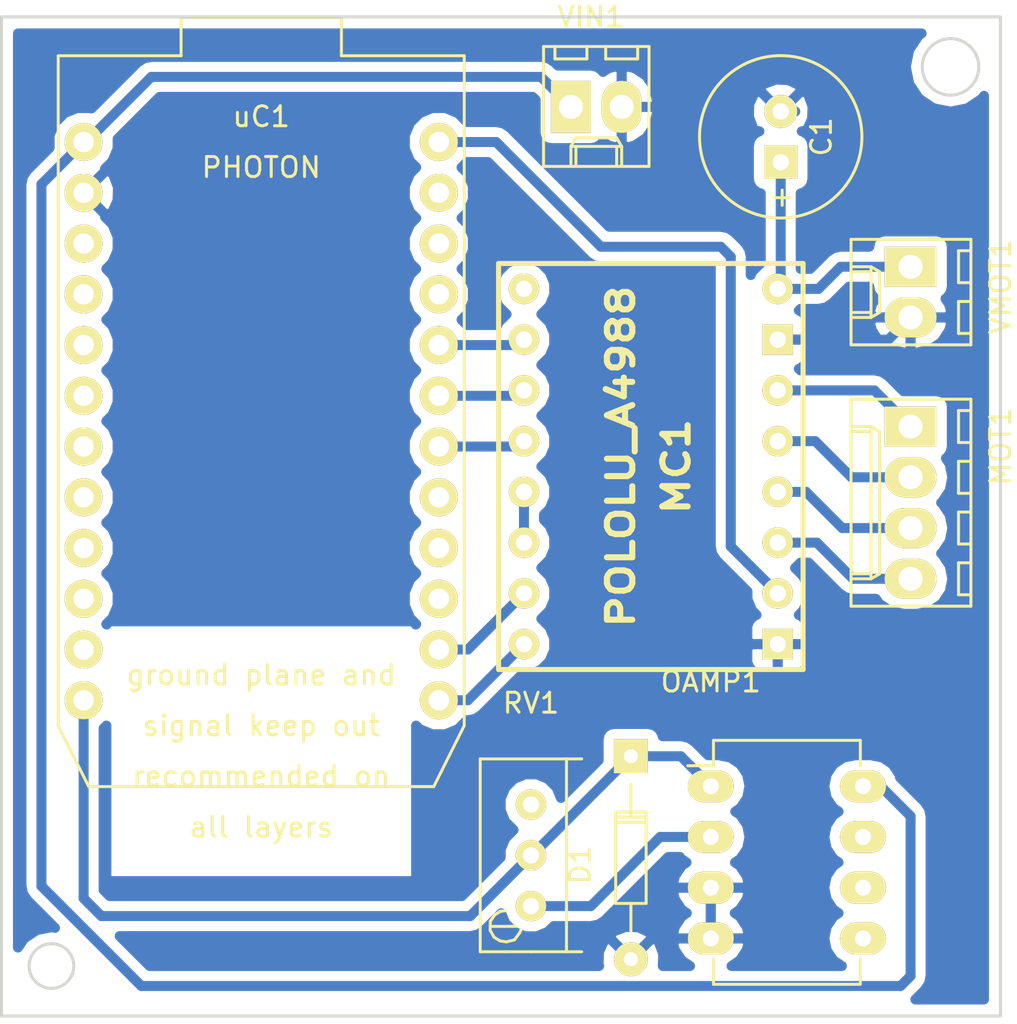
<source format=kicad_pcb>
(kicad_pcb (version 4) (host pcbnew 4.0.2-1.fc23-product)

  (general
    (links 27)
    (no_connects 0)
    (area 79.424999 133.375 130.475 185.055)
    (thickness 1.6)
    (drawings 6)
    (tracks 60)
    (zones 0)
    (modules 9)
    (nets 33)
  )

  (page A4 portrait)
  (title_block
    (title "Placa controladora stepper")
    (date 2016-06-04)
    (company "Proyecto SOMA")
  )

  (layers
    (0 F.Cu signal)
    (31 B.Cu signal)
    (32 B.Adhes user)
    (33 F.Adhes user)
    (34 B.Paste user)
    (35 F.Paste user)
    (36 B.SilkS user)
    (37 F.SilkS user)
    (38 B.Mask user)
    (39 F.Mask user)
    (40 Dwgs.User user)
    (41 Cmts.User user)
    (42 Eco1.User user)
    (43 Eco2.User user)
    (44 Edge.Cuts user)
    (45 Margin user)
    (46 B.CrtYd user)
    (47 F.CrtYd user)
    (48 B.Fab user)
    (49 F.Fab user)
  )

  (setup
    (last_trace_width 0.5)
    (trace_clearance 0.2)
    (zone_clearance 0.5)
    (zone_45_only yes)
    (trace_min 0.5)
    (segment_width 0.2)
    (edge_width 0.15)
    (via_size 1.5)
    (via_drill 1)
    (via_min_size 0.8)
    (via_min_drill 1)
    (uvia_size 0.3)
    (uvia_drill 0.1)
    (uvias_allowed no)
    (uvia_min_size 0.2)
    (uvia_min_drill 0.1)
    (pcb_text_width 0.3)
    (pcb_text_size 1.5 1.5)
    (mod_edge_width 0.15)
    (mod_text_size 1 1)
    (mod_text_width 0.15)
    (pad_size 1.524 1.524)
    (pad_drill 0.762)
    (pad_to_mask_clearance 0.2)
    (aux_axis_origin 0 0)
    (grid_origin 79.5 184.5)
    (visible_elements 7FFFFFFF)
    (pcbplotparams
      (layerselection 0x00030_80000001)
      (usegerberextensions false)
      (excludeedgelayer true)
      (linewidth 0.100000)
      (plotframeref false)
      (viasonmask false)
      (mode 1)
      (useauxorigin false)
      (hpglpennumber 1)
      (hpglpenspeed 20)
      (hpglpendiameter 15)
      (hpglpenoverlay 2)
      (psnegative false)
      (psa4output false)
      (plotreference true)
      (plotvalue true)
      (plotinvisibletext false)
      (padsonsilk false)
      (subtractmaskfromsilk false)
      (outputformat 1)
      (mirror false)
      (drillshape 0)
      (scaleselection 1)
      (outputdirectory ""))
  )

  (net 0 "")
  (net 1 +12V)
  (net 2 GND)
  (net 3 +3V3)
  (net 4 "Net-(MC1-Pad3)")
  (net 5 "Net-(MC1-Pad4)")
  (net 6 "Net-(MC1-Pad5)")
  (net 7 "Net-(MC1-Pad6)")
  (net 8 "Net-(MC1-Pad9)")
  (net 9 "Net-(MC1-Pad13)")
  (net 10 /STEP)
  (net 11 /DIR)
  (net 12 "Net-(OAMP1-Pad2)")
  (net 13 +5V)
  (net 14 "Net-(RV1-Pad3)")
  (net 15 "Net-(uC1-Pad3)")
  (net 16 "Net-(uC1-Pad4)")
  (net 17 "Net-(uC1-Pad5)")
  (net 18 "Net-(uC1-Pad6)")
  (net 19 "Net-(uC1-Pad7)")
  (net 20 "Net-(uC1-Pad8)")
  (net 21 "Net-(uC1-Pad9)")
  (net 22 "Net-(uC1-Pad10)")
  (net 23 "Net-(uC1-Pad11)")
  (net 24 "Net-(uC1-Pad23)")
  (net 25 "Net-(uC1-Pad22)")
  (net 26 "Net-(uC1-Pad17)")
  (net 27 "Net-(uC1-Pad16)")
  (net 28 "Net-(uC1-Pad15)")
  (net 29 /ADC)
  (net 30 /MS1)
  (net 31 /MS2)
  (net 32 /MS3)

  (net_class Default "This is the default net class."
    (clearance 0.2)
    (trace_width 0.5)
    (via_dia 1.5)
    (via_drill 1)
    (uvia_dia 0.3)
    (uvia_drill 0.1)
    (add_net +12V)
    (add_net +3V3)
    (add_net +5V)
    (add_net /ADC)
    (add_net /DIR)
    (add_net /MS1)
    (add_net /MS2)
    (add_net /MS3)
    (add_net /STEP)
    (add_net GND)
    (add_net "Net-(MC1-Pad13)")
    (add_net "Net-(MC1-Pad3)")
    (add_net "Net-(MC1-Pad4)")
    (add_net "Net-(MC1-Pad5)")
    (add_net "Net-(MC1-Pad6)")
    (add_net "Net-(MC1-Pad9)")
    (add_net "Net-(OAMP1-Pad2)")
    (add_net "Net-(RV1-Pad3)")
    (add_net "Net-(uC1-Pad10)")
    (add_net "Net-(uC1-Pad11)")
    (add_net "Net-(uC1-Pad15)")
    (add_net "Net-(uC1-Pad16)")
    (add_net "Net-(uC1-Pad17)")
    (add_net "Net-(uC1-Pad22)")
    (add_net "Net-(uC1-Pad23)")
    (add_net "Net-(uC1-Pad3)")
    (add_net "Net-(uC1-Pad4)")
    (add_net "Net-(uC1-Pad5)")
    (add_net "Net-(uC1-Pad6)")
    (add_net "Net-(uC1-Pad7)")
    (add_net "Net-(uC1-Pad8)")
    (add_net "Net-(uC1-Pad9)")
  )

  (module Discret:C1V8 (layer F.Cu) (tedit 0) (tstamp 5749F9E4)
    (at 118.5 140.5 90)
    (path /574A0144)
    (fp_text reference C1 (at 0 2.032 90) (layer F.SilkS)
      (effects (font (size 1 1) (thickness 0.15)))
    )
    (fp_text value 100uF (at 0 -1.77546 90) (layer F.Fab)
      (effects (font (size 1 1) (thickness 0.15)))
    )
    (fp_text user + (at -3.04546 0 90) (layer F.SilkS)
      (effects (font (size 1 1) (thickness 0.15)))
    )
    (fp_circle (center 0 0) (end 4.064 0) (layer F.SilkS) (width 0.15))
    (pad 1 thru_hole rect (at -1.27 0 90) (size 1.651 1.651) (drill 0.8128) (layers *.Cu *.Mask F.SilkS)
      (net 1 +12V))
    (pad 2 thru_hole circle (at 1.27 0 90) (size 1.651 1.651) (drill 0.8128) (layers *.Cu *.Mask F.SilkS)
      (net 2 GND))
    (model Discret.3dshapes/C1V8.wrl
      (at (xyz 0 0 0))
      (scale (xyz 1 1 1))
      (rotate (xyz 0 0 0))
    )
  )

  (module polulu_a4988:SWDIP8_.6W (layer F.Cu) (tedit 5752ED81) (tstamp 5749FA2F)
    (at 112 157 90)
    (path /5749D9FB)
    (fp_text reference MC1 (at 0 1.27 90) (layer F.SilkS)
      (effects (font (size 1.27 1.524) (thickness 0.3048)))
    )
    (fp_text value POLOLU_A4988 (at 0.5 -1.5 90) (layer F.SilkS)
      (effects (font (size 1.27 1.524) (thickness 0.3048)))
    )
    (fp_line (start -10.16 -7.62) (end 10.16 -7.62) (layer F.SilkS) (width 0.254))
    (fp_line (start 10.16 -7.62) (end 10.16 7.62) (layer F.SilkS) (width 0.254))
    (fp_line (start 10.16 7.62) (end -10.16 7.62) (layer F.SilkS) (width 0.254))
    (fp_line (start -10.16 7.62) (end -10.16 -7.62) (layer F.SilkS) (width 0.254))
    (pad 1 thru_hole rect (at -8.89 6.35 90) (size 1.524 1.524) (drill 0.8128) (layers *.Cu *.Mask F.SilkS)
      (net 2 GND))
    (pad 2 thru_hole circle (at -6.35 6.35 90) (size 1.524 1.524) (drill 0.8128) (layers *.Cu *.Mask F.SilkS)
      (net 3 +3V3))
    (pad 3 thru_hole circle (at -3.81 6.35 90) (size 1.524 1.524) (drill 0.8128) (layers *.Cu *.Mask F.SilkS)
      (net 4 "Net-(MC1-Pad3)"))
    (pad 4 thru_hole circle (at -1.27 6.35 90) (size 1.524 1.524) (drill 0.8128) (layers *.Cu *.Mask F.SilkS)
      (net 5 "Net-(MC1-Pad4)"))
    (pad 5 thru_hole circle (at 1.27 6.35 90) (size 1.524 1.524) (drill 0.8128) (layers *.Cu *.Mask F.SilkS)
      (net 6 "Net-(MC1-Pad5)"))
    (pad 6 thru_hole circle (at 3.81 6.35 90) (size 1.524 1.524) (drill 0.8128) (layers *.Cu *.Mask F.SilkS)
      (net 7 "Net-(MC1-Pad6)"))
    (pad 7 thru_hole rect (at 6.35 6.35 90) (size 1.524 1.524) (drill 0.8128) (layers *.Cu *.Mask F.SilkS)
      (net 2 GND))
    (pad 8 thru_hole circle (at 8.89 6.35 90) (size 1.524 1.524) (drill 0.8128) (layers *.Cu *.Mask F.SilkS)
      (net 1 +12V))
    (pad 9 thru_hole circle (at 8.89 -6.35 90) (size 1.524 1.524) (drill 0.8128) (layers *.Cu *.Mask F.SilkS)
      (net 8 "Net-(MC1-Pad9)"))
    (pad 10 thru_hole circle (at 6.35 -6.35 90) (size 1.524 1.524) (drill 0.8128) (layers *.Cu *.Mask F.SilkS)
      (net 30 /MS1))
    (pad 11 thru_hole circle (at 3.81 -6.35 90) (size 1.524 1.524) (drill 0.8128) (layers *.Cu *.Mask F.SilkS)
      (net 31 /MS2))
    (pad 12 thru_hole circle (at 1.27 -6.35 90) (size 1.524 1.524) (drill 0.8128) (layers *.Cu *.Mask F.SilkS)
      (net 32 /MS3))
    (pad 13 thru_hole circle (at -1.27 -6.35 90) (size 1.524 1.524) (drill 0.8128) (layers *.Cu *.Mask F.SilkS)
      (net 9 "Net-(MC1-Pad13)"))
    (pad 14 thru_hole circle (at -3.81 -6.35 90) (size 1.524 1.524) (drill 0.8128) (layers *.Cu *.Mask F.SilkS)
      (net 9 "Net-(MC1-Pad13)"))
    (pad 15 thru_hole circle (at -6.35 -6.35 90) (size 1.524 1.524) (drill 0.8128) (layers *.Cu *.Mask F.SilkS)
      (net 10 /STEP))
    (pad 16 thru_hole circle (at -8.89 -6.35 90) (size 1.524 1.524) (drill 0.8128) (layers *.Cu *.Mask F.SilkS)
      (net 11 /DIR))
  )

  (module Connectors_Molex:Molex_KK_6410-04 (layer F.Cu) (tedit 56C6219D) (tstamp 5749FA53)
    (at 125 155 270)
    (descr "Connector Headers with Friction Lock, 22-27-2041, http://www.molex.com/pdm_docs/sd/022272021_sd.pdf")
    (tags "connector molex kk_6410 22-27-2041")
    (path /5749FDC2)
    (fp_text reference MOT1 (at 1 -4.5 270) (layer F.SilkS)
      (effects (font (size 1 1) (thickness 0.15)))
    )
    (fp_text value CONN_01X04 (at 3.81 4.5 270) (layer F.Fab)
      (effects (font (size 1 1) (thickness 0.15)))
    )
    (fp_line (start -1.37 -3.02) (end -1.37 2.98) (layer F.SilkS) (width 0.15))
    (fp_line (start -1.37 2.98) (end 8.99 2.98) (layer F.SilkS) (width 0.15))
    (fp_line (start 8.99 2.98) (end 8.99 -3.02) (layer F.SilkS) (width 0.15))
    (fp_line (start 8.99 -3.02) (end -1.37 -3.02) (layer F.SilkS) (width 0.15))
    (fp_line (start 0 2.98) (end 0 1.98) (layer F.SilkS) (width 0.15))
    (fp_line (start 0 1.98) (end 7.62 1.98) (layer F.SilkS) (width 0.15))
    (fp_line (start 7.62 1.98) (end 7.62 2.98) (layer F.SilkS) (width 0.15))
    (fp_line (start 0 1.98) (end 0.25 1.55) (layer F.SilkS) (width 0.15))
    (fp_line (start 0.25 1.55) (end 7.37 1.55) (layer F.SilkS) (width 0.15))
    (fp_line (start 7.37 1.55) (end 7.62 1.98) (layer F.SilkS) (width 0.15))
    (fp_line (start 0.25 2.98) (end 0.25 1.98) (layer F.SilkS) (width 0.15))
    (fp_line (start 7.37 2.98) (end 7.37 1.98) (layer F.SilkS) (width 0.15))
    (fp_line (start -0.8 -3.02) (end -0.8 -2.4) (layer F.SilkS) (width 0.15))
    (fp_line (start -0.8 -2.4) (end 0.8 -2.4) (layer F.SilkS) (width 0.15))
    (fp_line (start 0.8 -2.4) (end 0.8 -3.02) (layer F.SilkS) (width 0.15))
    (fp_line (start 1.74 -3.02) (end 1.74 -2.4) (layer F.SilkS) (width 0.15))
    (fp_line (start 1.74 -2.4) (end 3.34 -2.4) (layer F.SilkS) (width 0.15))
    (fp_line (start 3.34 -2.4) (end 3.34 -3.02) (layer F.SilkS) (width 0.15))
    (fp_line (start 4.28 -3.02) (end 4.28 -2.4) (layer F.SilkS) (width 0.15))
    (fp_line (start 4.28 -2.4) (end 5.88 -2.4) (layer F.SilkS) (width 0.15))
    (fp_line (start 5.88 -2.4) (end 5.88 -3.02) (layer F.SilkS) (width 0.15))
    (fp_line (start 6.82 -3.02) (end 6.82 -2.4) (layer F.SilkS) (width 0.15))
    (fp_line (start 6.82 -2.4) (end 8.42 -2.4) (layer F.SilkS) (width 0.15))
    (fp_line (start 8.42 -2.4) (end 8.42 -3.02) (layer F.SilkS) (width 0.15))
    (fp_line (start -1.9 3.5) (end -1.9 -3.55) (layer F.CrtYd) (width 0.05))
    (fp_line (start -1.9 -3.55) (end 9.5 -3.55) (layer F.CrtYd) (width 0.05))
    (fp_line (start 9.5 -3.55) (end 9.5 3.5) (layer F.CrtYd) (width 0.05))
    (fp_line (start 9.5 3.5) (end -1.9 3.5) (layer F.CrtYd) (width 0.05))
    (pad 1 thru_hole rect (at 0 0 270) (size 2 2.6) (drill 1.2) (layers *.Cu *.Mask F.SilkS)
      (net 7 "Net-(MC1-Pad6)"))
    (pad 2 thru_hole oval (at 2.54 0 270) (size 2 2.6) (drill 1.2) (layers *.Cu *.Mask F.SilkS)
      (net 6 "Net-(MC1-Pad5)"))
    (pad 3 thru_hole oval (at 5.08 0 270) (size 2 2.6) (drill 1.2) (layers *.Cu *.Mask F.SilkS)
      (net 5 "Net-(MC1-Pad4)"))
    (pad 4 thru_hole oval (at 7.62 0 270) (size 2 2.6) (drill 1.2) (layers *.Cu *.Mask F.SilkS)
      (net 4 "Net-(MC1-Pad3)"))
  )

  (module Housings_DIP:DIP-8_W7.62mm_LongPads (layer F.Cu) (tedit 54130A77) (tstamp 5749FA6A)
    (at 115 173)
    (descr "8-lead dip package, row spacing 7.62 mm (300 mils), longer pads")
    (tags "dil dip 2.54 300")
    (path /5749E44A)
    (fp_text reference OAMP1 (at 0 -5.22) (layer F.SilkS)
      (effects (font (size 1 1) (thickness 0.15)))
    )
    (fp_text value LM358 (at 0 -3.72) (layer F.Fab)
      (effects (font (size 1 1) (thickness 0.15)))
    )
    (fp_line (start -1.4 -2.45) (end -1.4 10.1) (layer F.CrtYd) (width 0.05))
    (fp_line (start 9 -2.45) (end 9 10.1) (layer F.CrtYd) (width 0.05))
    (fp_line (start -1.4 -2.45) (end 9 -2.45) (layer F.CrtYd) (width 0.05))
    (fp_line (start -1.4 10.1) (end 9 10.1) (layer F.CrtYd) (width 0.05))
    (fp_line (start 0.135 -2.295) (end 0.135 -1.025) (layer F.SilkS) (width 0.15))
    (fp_line (start 7.485 -2.295) (end 7.485 -1.025) (layer F.SilkS) (width 0.15))
    (fp_line (start 7.485 9.915) (end 7.485 8.645) (layer F.SilkS) (width 0.15))
    (fp_line (start 0.135 9.915) (end 0.135 8.645) (layer F.SilkS) (width 0.15))
    (fp_line (start 0.135 -2.295) (end 7.485 -2.295) (layer F.SilkS) (width 0.15))
    (fp_line (start 0.135 9.915) (end 7.485 9.915) (layer F.SilkS) (width 0.15))
    (fp_line (start 0.135 -1.025) (end -1.15 -1.025) (layer F.SilkS) (width 0.15))
    (pad 1 thru_hole oval (at 0 0) (size 2.3 1.6) (drill 0.8) (layers *.Cu *.Mask F.SilkS)
      (net 29 /ADC))
    (pad 2 thru_hole oval (at 0 2.54) (size 2.3 1.6) (drill 0.8) (layers *.Cu *.Mask F.SilkS)
      (net 12 "Net-(OAMP1-Pad2)"))
    (pad 3 thru_hole oval (at 0 5.08) (size 2.3 1.6) (drill 0.8) (layers *.Cu *.Mask F.SilkS)
      (net 2 GND))
    (pad 4 thru_hole oval (at 0 7.62) (size 2.3 1.6) (drill 0.8) (layers *.Cu *.Mask F.SilkS)
      (net 2 GND))
    (pad 5 thru_hole oval (at 7.62 7.62) (size 2.3 1.6) (drill 0.8) (layers *.Cu *.Mask F.SilkS))
    (pad 6 thru_hole oval (at 7.62 5.08) (size 2.3 1.6) (drill 0.8) (layers *.Cu *.Mask F.SilkS))
    (pad 7 thru_hole oval (at 7.62 2.54) (size 2.3 1.6) (drill 0.8) (layers *.Cu *.Mask F.SilkS))
    (pad 8 thru_hole oval (at 7.62 0) (size 2.3 1.6) (drill 0.8) (layers *.Cu *.Mask F.SilkS)
      (net 13 +5V))
    (model Housings_DIP.3dshapes/DIP-8_W7.62mm_LongPads.wrl
      (at (xyz 0 0 0))
      (scale (xyz 1 1 1))
      (rotate (xyz 0 0 0))
    )
  )

  (module Potentiometers:Potentiometer_Bourns_3296W_3-8Zoll_Inline_ScrewUp (layer F.Cu) (tedit 54130B3D) (tstamp 5749FA82)
    (at 106 179)
    (descr "3296, 3/8, Square, Trimpot, Trimming, Potentiometer, Bourns")
    (tags "3296, 3/8, Square, Trimpot, Trimming, Potentiometer, Bourns")
    (path /5749E5E1)
    (fp_text reference RV1 (at 0 -10.16) (layer F.SilkS)
      (effects (font (size 1 1) (thickness 0.15)))
    )
    (fp_text value 10K (at 1.27 5.08) (layer F.Fab)
      (effects (font (size 1 1) (thickness 0.15)))
    )
    (fp_line (start -2.032 1.016) (end -0.762 1.016) (layer F.SilkS) (width 0.15))
    (fp_line (start -1.2827 0.2286) (end -1.5367 0.2667) (layer F.SilkS) (width 0.15))
    (fp_line (start -1.5367 0.2667) (end -1.8161 0.4445) (layer F.SilkS) (width 0.15))
    (fp_line (start -1.8161 0.4445) (end -2.032 0.762) (layer F.SilkS) (width 0.15))
    (fp_line (start -2.032 0.762) (end -2.0447 1.2065) (layer F.SilkS) (width 0.15))
    (fp_line (start -2.0447 1.2065) (end -1.8415 1.5621) (layer F.SilkS) (width 0.15))
    (fp_line (start -1.8415 1.5621) (end -1.5494 1.7399) (layer F.SilkS) (width 0.15))
    (fp_line (start -1.5494 1.7399) (end -1.2319 1.7907) (layer F.SilkS) (width 0.15))
    (fp_line (start -1.2319 1.7907) (end -0.8255 1.6891) (layer F.SilkS) (width 0.15))
    (fp_line (start -0.8255 1.6891) (end -0.5715 1.3462) (layer F.SilkS) (width 0.15))
    (fp_line (start -0.5715 1.3462) (end -0.4826 1.1684) (layer F.SilkS) (width 0.15))
    (fp_line (start 1.778 -7.366) (end 1.778 2.286) (layer F.SilkS) (width 0.15))
    (fp_line (start -1.27 2.286) (end -2.54 2.286) (layer F.SilkS) (width 0.15))
    (fp_line (start -2.54 2.286) (end -2.54 -7.366) (layer F.SilkS) (width 0.15))
    (fp_line (start -2.54 -7.366) (end 2.54 -7.366) (layer F.SilkS) (width 0.15))
    (fp_line (start 2.54 2.286) (end 0 2.286) (layer F.SilkS) (width 0.15))
    (fp_line (start 0 2.286) (end -1.27 2.286) (layer F.SilkS) (width 0.15))
    (pad 2 thru_hole circle (at 0 -2.54) (size 1.524 1.524) (drill 0.8128) (layers *.Cu *.Mask F.SilkS)
      (net 29 /ADC))
    (pad 3 thru_hole circle (at 0 -5.08) (size 1.524 1.524) (drill 0.8128) (layers *.Cu *.Mask F.SilkS)
      (net 14 "Net-(RV1-Pad3)"))
    (pad 1 thru_hole circle (at 0 0) (size 1.524 1.524) (drill 0.8128) (layers *.Cu *.Mask F.SilkS)
      (net 12 "Net-(OAMP1-Pad2)"))
    (model Potentiometers.3dshapes/Potentiometer_Bourns_3296W_3-8Zoll_Inline_ScrewUp.wrl
      (at (xyz 0 0 0))
      (scale (xyz 1 1 1))
      (rotate (xyz 0 0 0))
    )
  )

  (module particle-boards:PHOTON (layer F.Cu) (tedit 5752EC80) (tstamp 5749FAB1)
    (at 92.5 156)
    (path /5749D94C)
    (fp_text reference uC1 (at 0 -16.51) (layer F.SilkS)
      (effects (font (size 1 1) (thickness 0.15)))
    )
    (fp_text value PHOTON (at 0 -13.97) (layer F.SilkS)
      (effects (font (size 1 1) (thickness 0.15)))
    )
    (fp_text user "all layers" (at 0 19.05) (layer F.SilkS)
      (effects (font (size 1 1) (thickness 0.15)))
    )
    (fp_text user "recommended on" (at 0 16.5) (layer F.SilkS)
      (effects (font (size 1 1) (thickness 0.15)))
    )
    (fp_text user "signal keep out" (at 0 13.97) (layer F.SilkS)
      (effects (font (size 1 1) (thickness 0.15)))
    )
    (fp_text user "ground plane and" (at 0 11.43) (layer F.SilkS)
      (effects (font (size 1 1) (thickness 0.15)))
    )
    (fp_line (start 6.35 21.59) (end 7.62 21.59) (layer Dwgs.User) (width 0.15))
    (fp_line (start 7.62 21.59) (end 7.62 8.89) (layer Dwgs.User) (width 0.15))
    (fp_line (start 7.62 8.89) (end -7.62 8.89) (layer Dwgs.User) (width 0.15))
    (fp_line (start 6.35 21.59) (end -7.62 21.59) (layer Dwgs.User) (width 0.15))
    (fp_line (start -7.62 21.59) (end -7.62 8.89) (layer Dwgs.User) (width 0.15))
    (fp_line (start 10.16 13.97) (end 8.636 17.018) (layer F.SilkS) (width 0.15))
    (fp_line (start -10.16 13.97) (end -8.636 17.018) (layer F.SilkS) (width 0.15))
    (fp_line (start -8.636 17.018) (end 8.636 17.018) (layer F.SilkS) (width 0.15))
    (fp_line (start 10.16 -19.558) (end 10.16 13.97) (layer F.SilkS) (width 0.15))
    (fp_line (start -10.16 -19.558) (end -10.16 13.97) (layer F.SilkS) (width 0.15))
    (fp_line (start 4.0132 -19.558) (end 10.16 -19.558) (layer F.SilkS) (width 0.15))
    (fp_line (start -4.0132 -19.558) (end -10.16 -19.558) (layer F.SilkS) (width 0.15))
    (fp_line (start -4.0132 -21.463) (end -4.0132 -19.558) (layer F.SilkS) (width 0.15))
    (fp_line (start 4.0132 -21.463) (end 4.0132 -19.558) (layer F.SilkS) (width 0.15))
    (fp_line (start -4.0132 -21.463) (end 4.0132 -21.463) (layer F.SilkS) (width 0.15))
    (pad 1 thru_hole circle (at -8.89 -15.24) (size 1.9 1.9) (drill 1.02) (layers *.Cu *.Mask F.SilkS)
      (net 13 +5V))
    (pad 2 thru_hole circle (at -8.89 -12.7) (size 1.9 1.9) (drill 1.02) (layers *.Cu *.Mask F.SilkS)
      (net 2 GND))
    (pad 3 thru_hole circle (at -8.89 -10.16) (size 1.9 1.9) (drill 1.02) (layers *.Cu *.Mask F.SilkS)
      (net 15 "Net-(uC1-Pad3)"))
    (pad 4 thru_hole circle (at -8.89 -7.62) (size 1.9 1.9) (drill 1.02) (layers *.Cu *.Mask F.SilkS)
      (net 16 "Net-(uC1-Pad4)"))
    (pad 5 thru_hole circle (at -8.89 -5.08) (size 1.9 1.9) (drill 1.02) (layers *.Cu *.Mask F.SilkS)
      (net 17 "Net-(uC1-Pad5)"))
    (pad 6 thru_hole circle (at -8.89 -2.54) (size 1.9 1.9) (drill 1.02) (layers *.Cu *.Mask F.SilkS)
      (net 18 "Net-(uC1-Pad6)"))
    (pad 7 thru_hole circle (at -8.89 0) (size 1.9 1.9) (drill 1.02) (layers *.Cu *.Mask F.SilkS)
      (net 19 "Net-(uC1-Pad7)"))
    (pad 8 thru_hole circle (at -8.89 2.54) (size 1.9 1.9) (drill 1.02) (layers *.Cu *.Mask F.SilkS)
      (net 20 "Net-(uC1-Pad8)"))
    (pad 9 thru_hole circle (at -8.89 5.08) (size 1.9 1.9) (drill 1.02) (layers *.Cu *.Mask F.SilkS)
      (net 21 "Net-(uC1-Pad9)"))
    (pad 10 thru_hole circle (at -8.89 7.62) (size 1.9 1.9) (drill 1.02) (layers *.Cu *.Mask F.SilkS)
      (net 22 "Net-(uC1-Pad10)"))
    (pad 11 thru_hole circle (at -8.89 10.16) (size 1.9 1.9) (drill 1.02) (layers *.Cu *.Mask F.SilkS)
      (net 23 "Net-(uC1-Pad11)"))
    (pad 12 thru_hole circle (at -8.89 12.7) (size 1.9 1.9) (drill 1.02) (layers *.Cu *.Mask F.SilkS)
      (net 29 /ADC))
    (pad 24 thru_hole circle (at 8.89 -15.24) (size 1.9 1.9) (drill 1.02) (layers *.Cu *.Mask F.SilkS)
      (net 3 +3V3))
    (pad 23 thru_hole circle (at 8.89 -12.7) (size 1.9 1.9) (drill 1.02) (layers *.Cu *.Mask F.SilkS)
      (net 24 "Net-(uC1-Pad23)"))
    (pad 22 thru_hole circle (at 8.89 -10.16) (size 1.9 1.9) (drill 1.02) (layers *.Cu *.Mask F.SilkS)
      (net 25 "Net-(uC1-Pad22)"))
    (pad 21 thru_hole circle (at 8.89 -7.62) (size 1.9 1.9) (drill 1.02) (layers *.Cu *.Mask F.SilkS))
    (pad 20 thru_hole circle (at 8.89 -5.08) (size 1.9 1.9) (drill 1.02) (layers *.Cu *.Mask F.SilkS)
      (net 30 /MS1))
    (pad 19 thru_hole circle (at 8.89 -2.54) (size 1.9 1.9) (drill 1.02) (layers *.Cu *.Mask F.SilkS)
      (net 31 /MS2))
    (pad 18 thru_hole circle (at 8.89 0) (size 1.9 1.9) (drill 1.02) (layers *.Cu *.Mask F.SilkS)
      (net 32 /MS3))
    (pad 17 thru_hole circle (at 8.89 2.54) (size 1.9 1.9) (drill 1.02) (layers *.Cu *.Mask F.SilkS)
      (net 26 "Net-(uC1-Pad17)"))
    (pad 16 thru_hole circle (at 8.89 5.08) (size 1.9 1.9) (drill 1.02) (layers *.Cu *.Mask F.SilkS)
      (net 27 "Net-(uC1-Pad16)"))
    (pad 15 thru_hole circle (at 8.89 7.62) (size 1.9 1.9) (drill 1.02) (layers *.Cu *.Mask F.SilkS)
      (net 28 "Net-(uC1-Pad15)"))
    (pad 14 thru_hole circle (at 8.89 10.16) (size 1.9 1.9) (drill 1.02) (layers *.Cu *.Mask F.SilkS)
      (net 10 /STEP))
    (pad 13 thru_hole circle (at 8.89 12.7) (size 1.9 1.9) (drill 1.02) (layers *.Cu *.Mask F.SilkS)
      (net 11 /DIR))
  )

  (module Connectors_Molex:Molex_KK_6410-02 (layer F.Cu) (tedit 56C6219C) (tstamp 5749FACD)
    (at 125 147 270)
    (descr "Connector Headers with Friction Lock, 22-27-2021, http://www.molex.com/pdm_docs/sd/022272021_sd.pdf")
    (tags "connector molex kk_6410 22-27-2021")
    (path /5749FBFC)
    (fp_text reference VMOT1 (at 1 -4.5 270) (layer F.SilkS)
      (effects (font (size 1 1) (thickness 0.15)))
    )
    (fp_text value CONN_01X02 (at 1.27 4.5 270) (layer F.Fab)
      (effects (font (size 1 1) (thickness 0.15)))
    )
    (fp_line (start -1.37 -3.02) (end -1.37 2.98) (layer F.SilkS) (width 0.15))
    (fp_line (start -1.37 2.98) (end 3.91 2.98) (layer F.SilkS) (width 0.15))
    (fp_line (start 3.91 2.98) (end 3.91 -3.02) (layer F.SilkS) (width 0.15))
    (fp_line (start 3.91 -3.02) (end -1.37 -3.02) (layer F.SilkS) (width 0.15))
    (fp_line (start 0 2.98) (end 0 1.98) (layer F.SilkS) (width 0.15))
    (fp_line (start 0 1.98) (end 2.54 1.98) (layer F.SilkS) (width 0.15))
    (fp_line (start 2.54 1.98) (end 2.54 2.98) (layer F.SilkS) (width 0.15))
    (fp_line (start 0 1.98) (end 0.25 1.55) (layer F.SilkS) (width 0.15))
    (fp_line (start 0.25 1.55) (end 2.29 1.55) (layer F.SilkS) (width 0.15))
    (fp_line (start 2.29 1.55) (end 2.54 1.98) (layer F.SilkS) (width 0.15))
    (fp_line (start 0.25 2.98) (end 0.25 1.98) (layer F.SilkS) (width 0.15))
    (fp_line (start 2.29 2.98) (end 2.29 1.98) (layer F.SilkS) (width 0.15))
    (fp_line (start -0.8 -3.02) (end -0.8 -2.4) (layer F.SilkS) (width 0.15))
    (fp_line (start -0.8 -2.4) (end 0.8 -2.4) (layer F.SilkS) (width 0.15))
    (fp_line (start 0.8 -2.4) (end 0.8 -3.02) (layer F.SilkS) (width 0.15))
    (fp_line (start 1.74 -3.02) (end 1.74 -2.4) (layer F.SilkS) (width 0.15))
    (fp_line (start 1.74 -2.4) (end 3.34 -2.4) (layer F.SilkS) (width 0.15))
    (fp_line (start 3.34 -2.4) (end 3.34 -3.02) (layer F.SilkS) (width 0.15))
    (fp_line (start -1.9 3.5) (end -1.9 -3.55) (layer F.CrtYd) (width 0.05))
    (fp_line (start -1.9 -3.55) (end 4.45 -3.55) (layer F.CrtYd) (width 0.05))
    (fp_line (start 4.45 -3.55) (end 4.45 3.5) (layer F.CrtYd) (width 0.05))
    (fp_line (start 4.45 3.5) (end -1.9 3.5) (layer F.CrtYd) (width 0.05))
    (pad 1 thru_hole rect (at 0 0 270) (size 2 2.6) (drill 1.2) (layers *.Cu *.Mask F.SilkS)
      (net 1 +12V))
    (pad 2 thru_hole oval (at 2.54 0 270) (size 2 2.6) (drill 1.2) (layers *.Cu *.Mask F.SilkS)
      (net 2 GND))
  )

  (module Diodes_ThroughHole:Diode_DO-35_SOD27_Horizontal_RM10 (layer F.Cu) (tedit 552FFC30) (tstamp 5752EEEE)
    (at 111 171.5 270)
    (descr "Diode, DO-35,  SOD27, Horizontal, RM 10mm")
    (tags "Diode, DO-35, SOD27, Horizontal, RM 10mm, 1N4148,")
    (path /5752F6E4)
    (fp_text reference D1 (at 5.43052 2.53746 270) (layer F.SilkS)
      (effects (font (size 1 1) (thickness 0.15)))
    )
    (fp_text value 3.3V (at 4.41452 -3.55854 270) (layer F.Fab)
      (effects (font (size 1 1) (thickness 0.15)))
    )
    (fp_line (start 7.36652 -0.00254) (end 8.76352 -0.00254) (layer F.SilkS) (width 0.15))
    (fp_line (start 2.92152 -0.00254) (end 1.39752 -0.00254) (layer F.SilkS) (width 0.15))
    (fp_line (start 3.30252 -0.76454) (end 3.30252 0.75946) (layer F.SilkS) (width 0.15))
    (fp_line (start 3.04852 -0.76454) (end 3.04852 0.75946) (layer F.SilkS) (width 0.15))
    (fp_line (start 2.79452 -0.00254) (end 2.79452 0.75946) (layer F.SilkS) (width 0.15))
    (fp_line (start 2.79452 0.75946) (end 7.36652 0.75946) (layer F.SilkS) (width 0.15))
    (fp_line (start 7.36652 0.75946) (end 7.36652 -0.76454) (layer F.SilkS) (width 0.15))
    (fp_line (start 7.36652 -0.76454) (end 2.79452 -0.76454) (layer F.SilkS) (width 0.15))
    (fp_line (start 2.79452 -0.76454) (end 2.79452 -0.00254) (layer F.SilkS) (width 0.15))
    (pad 2 thru_hole circle (at 10.16052 -0.00254 90) (size 1.69926 1.69926) (drill 0.70104) (layers *.Cu *.Mask F.SilkS)
      (net 2 GND))
    (pad 1 thru_hole rect (at 0.00052 -0.00254 90) (size 1.69926 1.69926) (drill 0.70104) (layers *.Cu *.Mask F.SilkS)
      (net 29 /ADC))
    (model Diodes_ThroughHole.3dshapes/Diode_DO-35_SOD27_Horizontal_RM10.wrl
      (at (xyz 0.2 0 0))
      (scale (xyz 0.4 0.4 0.4))
      (rotate (xyz 0 0 180))
    )
  )

  (module Connectors_Molex:Molex_KK_6410-02 (layer F.Cu) (tedit 56C6219C) (tstamp 5752F818)
    (at 108 139)
    (descr "Connector Headers with Friction Lock, 22-27-2021, http://www.molex.com/pdm_docs/sd/022272021_sd.pdf")
    (tags "connector molex kk_6410 22-27-2021")
    (path /5752FE54)
    (fp_text reference VIN1 (at 1 -4.5) (layer F.SilkS)
      (effects (font (size 1 1) (thickness 0.15)))
    )
    (fp_text value CONN_01X02 (at 1.27 4.5) (layer F.Fab)
      (effects (font (size 1 1) (thickness 0.15)))
    )
    (fp_line (start -1.37 -3.02) (end -1.37 2.98) (layer F.SilkS) (width 0.15))
    (fp_line (start -1.37 2.98) (end 3.91 2.98) (layer F.SilkS) (width 0.15))
    (fp_line (start 3.91 2.98) (end 3.91 -3.02) (layer F.SilkS) (width 0.15))
    (fp_line (start 3.91 -3.02) (end -1.37 -3.02) (layer F.SilkS) (width 0.15))
    (fp_line (start 0 2.98) (end 0 1.98) (layer F.SilkS) (width 0.15))
    (fp_line (start 0 1.98) (end 2.54 1.98) (layer F.SilkS) (width 0.15))
    (fp_line (start 2.54 1.98) (end 2.54 2.98) (layer F.SilkS) (width 0.15))
    (fp_line (start 0 1.98) (end 0.25 1.55) (layer F.SilkS) (width 0.15))
    (fp_line (start 0.25 1.55) (end 2.29 1.55) (layer F.SilkS) (width 0.15))
    (fp_line (start 2.29 1.55) (end 2.54 1.98) (layer F.SilkS) (width 0.15))
    (fp_line (start 0.25 2.98) (end 0.25 1.98) (layer F.SilkS) (width 0.15))
    (fp_line (start 2.29 2.98) (end 2.29 1.98) (layer F.SilkS) (width 0.15))
    (fp_line (start -0.8 -3.02) (end -0.8 -2.4) (layer F.SilkS) (width 0.15))
    (fp_line (start -0.8 -2.4) (end 0.8 -2.4) (layer F.SilkS) (width 0.15))
    (fp_line (start 0.8 -2.4) (end 0.8 -3.02) (layer F.SilkS) (width 0.15))
    (fp_line (start 1.74 -3.02) (end 1.74 -2.4) (layer F.SilkS) (width 0.15))
    (fp_line (start 1.74 -2.4) (end 3.34 -2.4) (layer F.SilkS) (width 0.15))
    (fp_line (start 3.34 -2.4) (end 3.34 -3.02) (layer F.SilkS) (width 0.15))
    (fp_line (start -1.9 3.5) (end -1.9 -3.55) (layer F.CrtYd) (width 0.05))
    (fp_line (start -1.9 -3.55) (end 4.45 -3.55) (layer F.CrtYd) (width 0.05))
    (fp_line (start 4.45 -3.55) (end 4.45 3.5) (layer F.CrtYd) (width 0.05))
    (fp_line (start 4.45 3.5) (end -1.9 3.5) (layer F.CrtYd) (width 0.05))
    (pad 1 thru_hole rect (at 0 0) (size 2 2.6) (drill 1.2) (layers *.Cu *.Mask F.SilkS)
      (net 13 +5V))
    (pad 2 thru_hole oval (at 2.54 0) (size 2 2.6) (drill 1.2) (layers *.Cu *.Mask F.SilkS)
      (net 2 GND))
  )

  (gr_circle (center 82 182) (end 82.5 183) (layer Edge.Cuts) (width 0.15))
  (gr_circle (center 127 137) (end 128 138) (layer Edge.Cuts) (width 0.15))
  (gr_line (start 129.5 184.5) (end 79.5 184.5) (angle 90) (layer Edge.Cuts) (width 0.15))
  (gr_line (start 129.5 134.5) (end 129.5 184.5) (angle 90) (layer Edge.Cuts) (width 0.15))
  (gr_line (start 79.5 134.5) (end 129.5 134.5) (angle 90) (layer Edge.Cuts) (width 0.15))
  (gr_line (start 79.5 184.5) (end 79.5 134.5) (angle 90) (layer Edge.Cuts) (width 0.15))

  (segment (start 118.5 141.77) (end 118.5 147.96) (width 0.5) (layer B.Cu) (net 1))
  (segment (start 118.5 147.96) (end 118.35 148.11) (width 0.5) (layer B.Cu) (net 1) (tstamp 57535C7D))
  (segment (start 118.35 148.11) (end 120.39 148.11) (width 0.5) (layer B.Cu) (net 1))
  (segment (start 121.5 147) (end 125 147) (width 0.5) (layer B.Cu) (net 1) (tstamp 5752F92A))
  (segment (start 120.39 148.11) (end 121.5 147) (width 0.5) (layer B.Cu) (net 1) (tstamp 5752F929))
  (segment (start 118.5 139.23) (end 119.23 139.23) (width 0.5) (layer B.Cu) (net 2))
  (segment (start 118.35 150.65) (end 123.89 150.65) (width 0.5) (layer B.Cu) (net 2))
  (segment (start 123.89 150.65) (end 125 149.54) (width 0.5) (layer B.Cu) (net 2) (tstamp 5752F939))
  (segment (start 101.39 140.76) (end 104.26 140.76) (width 0.5) (layer B.Cu) (net 3))
  (segment (start 116 161) (end 118.35 163.35) (width 0.5) (layer B.Cu) (net 3) (tstamp 5752F925))
  (segment (start 116 146.5) (end 116 161) (width 0.5) (layer B.Cu) (net 3) (tstamp 5752F924))
  (segment (start 115.5 146) (end 116 146.5) (width 0.5) (layer B.Cu) (net 3) (tstamp 5752F923))
  (segment (start 109.5 146) (end 115.5 146) (width 0.5) (layer B.Cu) (net 3) (tstamp 5752F921))
  (segment (start 104.26 140.76) (end 109.5 146) (width 0.5) (layer B.Cu) (net 3) (tstamp 5752F91F))
  (segment (start 118.35 160.81) (end 120.31 160.81) (width 0.5) (layer B.Cu) (net 4))
  (segment (start 122.12 162.62) (end 125 162.62) (width 0.5) (layer B.Cu) (net 4) (tstamp 5752F91C))
  (segment (start 120.31 160.81) (end 122.12 162.62) (width 0.5) (layer B.Cu) (net 4) (tstamp 5752F91B))
  (segment (start 118.35 158.27) (end 119.77 158.27) (width 0.5) (layer B.Cu) (net 5))
  (segment (start 121.58 160.08) (end 125 160.08) (width 0.5) (layer B.Cu) (net 5) (tstamp 5752F918))
  (segment (start 119.77 158.27) (end 121.58 160.08) (width 0.5) (layer B.Cu) (net 5) (tstamp 5752F917))
  (segment (start 118.35 155.73) (end 120.23 155.73) (width 0.5) (layer B.Cu) (net 6))
  (segment (start 122.04 157.54) (end 125 157.54) (width 0.5) (layer B.Cu) (net 6) (tstamp 5752F914))
  (segment (start 120.23 155.73) (end 122.04 157.54) (width 0.5) (layer B.Cu) (net 6) (tstamp 5752F913))
  (segment (start 118.35 153.19) (end 123.19 153.19) (width 0.5) (layer B.Cu) (net 7))
  (segment (start 123.19 153.19) (end 125 155) (width 0.5) (layer B.Cu) (net 7) (tstamp 5752F910))
  (segment (start 105.65 158.27) (end 105.65 160.81) (width 0.5) (layer B.Cu) (net 9))
  (segment (start 101.39 166.16) (end 102.84 166.16) (width 0.5) (layer B.Cu) (net 10))
  (segment (start 102.84 166.16) (end 105.65 163.35) (width 0.5) (layer B.Cu) (net 10) (tstamp 5752F8F5))
  (segment (start 101.39 168.7) (end 102.84 168.7) (width 0.5) (layer B.Cu) (net 11))
  (segment (start 102.84 168.7) (end 105.65 165.89) (width 0.5) (layer B.Cu) (net 11) (tstamp 5752F8F8))
  (segment (start 106 179) (end 109 179) (width 0.5) (layer B.Cu) (net 12))
  (segment (start 112.46 175.54) (end 115 175.54) (width 0.5) (layer B.Cu) (net 12) (tstamp 5752F906))
  (segment (start 109 179) (end 112.46 175.54) (width 0.5) (layer B.Cu) (net 12) (tstamp 5752F904))
  (segment (start 122.62 173) (end 123.5 173) (width 0.5) (layer B.Cu) (net 13))
  (segment (start 123.5 173) (end 125 174.5) (width 0.5) (layer B.Cu) (net 13) (tstamp 57535AB0))
  (segment (start 125 174.5) (end 125 182.5) (width 0.5) (layer B.Cu) (net 13) (tstamp 57535AB3))
  (segment (start 125 182.5) (end 124.5 183) (width 0.5) (layer B.Cu) (net 13) (tstamp 57535AB6))
  (segment (start 124.5 183) (end 86.5 183) (width 0.5) (layer B.Cu) (net 13) (tstamp 57535AB9))
  (segment (start 86.5 183) (end 81.5 178) (width 0.5) (layer B.Cu) (net 13) (tstamp 57535ABF))
  (segment (start 81.5 178) (end 81.5 142.87) (width 0.5) (layer B.Cu) (net 13) (tstamp 57535AC9))
  (segment (start 81.5 142.87) (end 83.61 140.76) (width 0.5) (layer B.Cu) (net 13) (tstamp 57535AD1))
  (segment (start 83.61 140.76) (end 83.24 140.76) (width 0.5) (layer B.Cu) (net 13))
  (segment (start 83.61 140.76) (end 83.74 140.76) (width 0.5) (layer B.Cu) (net 13))
  (segment (start 83.74 140.76) (end 87 137.5) (width 0.5) (layer B.Cu) (net 13) (tstamp 5752F942))
  (segment (start 87 137.5) (end 106.5 137.5) (width 0.5) (layer B.Cu) (net 13) (tstamp 5752F943))
  (segment (start 106.5 137.5) (end 108 139) (width 0.5) (layer B.Cu) (net 13) (tstamp 5752F945))
  (segment (start 111.00254 171.50052) (end 113.50052 171.50052) (width 0.5) (layer B.Cu) (net 29))
  (segment (start 113.50052 171.50052) (end 115 173) (width 0.5) (layer B.Cu) (net 29) (tstamp 5752F90D))
  (segment (start 106 176.46) (end 106.04306 176.46) (width 0.5) (layer B.Cu) (net 29))
  (segment (start 106.04306 176.46) (end 111.00254 171.50052) (width 0.5) (layer B.Cu) (net 29) (tstamp 5752F901))
  (segment (start 83.61 168.7) (end 83.61 178.61) (width 0.5) (layer B.Cu) (net 29))
  (segment (start 102.96 179.5) (end 106 176.46) (width 0.5) (layer B.Cu) (net 29) (tstamp 5752F8FD))
  (segment (start 84.5 179.5) (end 102.96 179.5) (width 0.5) (layer B.Cu) (net 29) (tstamp 5752F8FC))
  (segment (start 83.61 178.61) (end 84.5 179.5) (width 0.5) (layer B.Cu) (net 29) (tstamp 5752F8FB))
  (segment (start 101.39 150.92) (end 105.38 150.92) (width 0.5) (layer B.Cu) (net 30))
  (segment (start 105.38 150.92) (end 105.65 150.65) (width 0.5) (layer B.Cu) (net 30) (tstamp 5752F8EC))
  (segment (start 101.39 153.46) (end 105.38 153.46) (width 0.5) (layer B.Cu) (net 31))
  (segment (start 105.38 153.46) (end 105.65 153.19) (width 0.5) (layer B.Cu) (net 31) (tstamp 5752F8EF))
  (segment (start 101.39 156) (end 105.38 156) (width 0.5) (layer B.Cu) (net 32))
  (segment (start 105.38 156) (end 105.65 155.73) (width 0.5) (layer B.Cu) (net 32) (tstamp 5752F8F2))

  (zone (net 0) (net_name "") (layer B.Cu) (tstamp 5752FA1C) (hatch edge 0.508)
    (connect_pads (clearance 0.508))
    (min_thickness 0.254)
    (keepout (tracks not_allowed) (vias not_allowed) (copperpour not_allowed))
    (fill (arc_segments 16) (thermal_gap 0.508) (thermal_bridge_width 0.508))
    (polygon
      (pts
        (xy 100 177.5) (xy 85 177.5) (xy 85 165) (xy 100 165) (xy 100 177.5)
      )
    )
  )
  (zone (net 2) (net_name GND) (layer B.Cu) (tstamp 5752FA2F) (hatch edge 0.508)
    (connect_pads (clearance 0.5))
    (min_thickness 0.5)
    (fill yes (arc_segments 16) (thermal_gap 0.508) (thermal_bridge_width 0.508))
    (polygon
      (pts
        (xy 129.5 184.5) (xy 79.5 184.5) (xy 79.5 134.5) (xy 129.5 134.5) (xy 129.5 184.5)
      )
    )
    (filled_polygon
      (pts
        (xy 125.416637 135.416637) (xy 124.931236 136.14309) (xy 124.760786 137) (xy 124.931236 137.85691) (xy 125.416637 138.583363)
        (xy 126.14309 139.068764) (xy 127 139.239214) (xy 127.85691 139.068764) (xy 128.583363 138.583363) (xy 128.675 138.446219)
        (xy 128.675 183.675) (xy 125.239214 183.675) (xy 125.707107 183.207107) (xy 125.92388 182.882684) (xy 126 182.5)
        (xy 126 174.5) (xy 125.92388 174.117317) (xy 125.707107 173.792893) (xy 124.468581 172.554367) (xy 124.439236 172.406841)
        (xy 124.103239 171.903984) (xy 123.600382 171.567987) (xy 123.007223 171.45) (xy 122.232777 171.45) (xy 121.639618 171.567987)
        (xy 121.136761 171.903984) (xy 120.800764 172.406841) (xy 120.682777 173) (xy 120.800764 173.593159) (xy 121.136761 174.096016)
        (xy 121.397147 174.27) (xy 121.136761 174.443984) (xy 120.800764 174.946841) (xy 120.682777 175.54) (xy 120.800764 176.133159)
        (xy 121.136761 176.636016) (xy 121.397147 176.81) (xy 121.136761 176.983984) (xy 120.800764 177.486841) (xy 120.682777 178.08)
        (xy 120.800764 178.673159) (xy 121.136761 179.176016) (xy 121.397147 179.35) (xy 121.136761 179.523984) (xy 120.800764 180.026841)
        (xy 120.682777 180.62) (xy 120.800764 181.213159) (xy 121.136761 181.716016) (xy 121.561775 182) (xy 116.036051 182)
        (xy 116.454501 181.718844) (xy 116.790935 181.212525) (xy 116.888188 180.867675) (xy 116.718494 180.624) (xy 115.004 180.624)
        (xy 115.004 180.644) (xy 114.996 180.644) (xy 114.996 180.624) (xy 113.281506 180.624) (xy 113.111812 180.867675)
        (xy 113.209065 181.212525) (xy 113.545499 181.718844) (xy 113.963949 182) (xy 112.598752 182) (xy 112.620854 181.400154)
        (xy 112.398029 180.800671) (xy 112.330967 180.700306) (xy 112.030404 180.638313) (xy 111.008197 181.66052) (xy 111.022339 181.674662)
        (xy 111.016682 181.680319) (xy 111.00254 181.666177) (xy 110.988398 181.680319) (xy 110.982741 181.674662) (xy 110.996883 181.66052)
        (xy 109.974676 180.638313) (xy 109.674113 180.700306) (xy 109.407775 181.281765) (xy 109.384226 181.920886) (xy 109.413632 182)
        (xy 86.914214 182) (xy 85.54687 180.632656) (xy 109.980333 180.632656) (xy 111.00254 181.654863) (xy 112.024747 180.632656)
        (xy 111.962754 180.332093) (xy 111.381295 180.065755) (xy 110.742174 180.042206) (xy 110.142691 180.265031) (xy 110.042326 180.332093)
        (xy 109.980333 180.632656) (xy 85.54687 180.632656) (xy 85.414214 180.5) (xy 102.96 180.5) (xy 103.342684 180.42388)
        (xy 103.667107 180.207107) (xy 104.513187 179.361027) (xy 104.717441 179.85536) (xy 105.142402 180.281064) (xy 105.697925 180.511737)
        (xy 106.299436 180.512262) (xy 106.85536 180.282559) (xy 107.138413 180) (xy 109 180) (xy 109.382684 179.92388)
        (xy 109.707107 179.707107) (xy 111.086539 178.327675) (xy 113.111812 178.327675) (xy 113.209065 178.672525) (xy 113.545499 179.178844)
        (xy 113.800234 179.35) (xy 113.545499 179.521156) (xy 113.209065 180.027475) (xy 113.111812 180.372325) (xy 113.281506 180.616)
        (xy 114.996 180.616) (xy 114.996 178.084) (xy 115.004 178.084) (xy 115.004 180.616) (xy 116.718494 180.616)
        (xy 116.888188 180.372325) (xy 116.790935 180.027475) (xy 116.454501 179.521156) (xy 116.199766 179.35) (xy 116.454501 179.178844)
        (xy 116.790935 178.672525) (xy 116.888188 178.327675) (xy 116.718494 178.084) (xy 115.004 178.084) (xy 114.996 178.084)
        (xy 113.281506 178.084) (xy 113.111812 178.327675) (xy 111.086539 178.327675) (xy 112.874214 176.54) (xy 113.452605 176.54)
        (xy 113.516761 176.636016) (xy 113.788723 176.817734) (xy 113.545499 176.981156) (xy 113.209065 177.487475) (xy 113.111812 177.832325)
        (xy 113.281506 178.076) (xy 114.996 178.076) (xy 114.996 178.056) (xy 115.004 178.056) (xy 115.004 178.076)
        (xy 116.718494 178.076) (xy 116.888188 177.832325) (xy 116.790935 177.487475) (xy 116.454501 176.981156) (xy 116.211277 176.817734)
        (xy 116.483239 176.636016) (xy 116.819236 176.133159) (xy 116.937223 175.54) (xy 116.819236 174.946841) (xy 116.483239 174.443984)
        (xy 116.222853 174.27) (xy 116.483239 174.096016) (xy 116.819236 173.593159) (xy 116.937223 173) (xy 116.819236 172.406841)
        (xy 116.483239 171.903984) (xy 115.980382 171.567987) (xy 115.387223 171.45) (xy 114.864214 171.45) (xy 114.207627 170.793413)
        (xy 113.883204 170.57664) (xy 113.50052 170.50052) (xy 112.588569 170.50052) (xy 112.564566 170.372957) (xy 112.400308 170.117692)
        (xy 112.149678 169.946444) (xy 111.85217 169.886197) (xy 110.15291 169.886197) (xy 109.874977 169.938494) (xy 109.619712 170.102752)
        (xy 109.448464 170.353382) (xy 109.388217 170.65089) (xy 109.388217 171.700629) (xy 107.499403 173.589443) (xy 107.282559 173.06464)
        (xy 106.857598 172.638936) (xy 106.302075 172.408263) (xy 105.700564 172.407738) (xy 105.14464 172.637441) (xy 104.718936 173.062402)
        (xy 104.488263 173.617925) (xy 104.487738 174.219436) (xy 104.717441 174.77536) (xy 105.131708 175.190351) (xy 104.718936 175.602402)
        (xy 104.488263 176.157925) (xy 104.487914 176.557872) (xy 102.545786 178.5) (xy 84.914214 178.5) (xy 84.61 178.195786)
        (xy 84.61 170.103812) (xy 84.75 169.964056) (xy 84.75 177.5) (xy 84.767097 177.590864) (xy 84.820798 177.674318)
        (xy 84.902736 177.730304) (xy 85 177.75) (xy 100 177.75) (xy 100.090864 177.732903) (xy 100.174318 177.679202)
        (xy 100.230304 177.597264) (xy 100.25 177.5) (xy 100.25 169.964273) (xy 100.42577 170.14035) (xy 101.050366 170.399704)
        (xy 101.726667 170.400294) (xy 102.351715 170.14203) (xy 102.794517 169.7) (xy 102.84 169.7) (xy 103.222684 169.62388)
        (xy 103.547107 169.407107) (xy 105.552299 167.401915) (xy 105.949436 167.402262) (xy 106.50536 167.172559) (xy 106.931064 166.747598)
        (xy 107.161737 166.192075) (xy 107.161831 166.0835) (xy 116.83 166.0835) (xy 116.83 166.802776) (xy 116.945399 167.081373)
        (xy 117.158628 167.294602) (xy 117.437225 167.41) (xy 118.1565 167.41) (xy 118.346 167.2205) (xy 118.346 165.894)
        (xy 118.354 165.894) (xy 118.354 167.2205) (xy 118.5435 167.41) (xy 119.262775 167.41) (xy 119.541372 167.294602)
        (xy 119.754601 167.081373) (xy 119.87 166.802776) (xy 119.87 166.0835) (xy 119.6805 165.894) (xy 118.354 165.894)
        (xy 118.346 165.894) (xy 117.0195 165.894) (xy 116.83 166.0835) (xy 107.161831 166.0835) (xy 107.162262 165.590564)
        (xy 106.932559 165.03464) (xy 106.518292 164.619649) (xy 106.931064 164.207598) (xy 107.161737 163.652075) (xy 107.162262 163.050564)
        (xy 106.932559 162.49464) (xy 106.518292 162.079649) (xy 106.931064 161.667598) (xy 107.161737 161.112075) (xy 107.162262 160.510564)
        (xy 106.932559 159.95464) (xy 106.65 159.671587) (xy 106.65 159.408171) (xy 106.931064 159.127598) (xy 107.161737 158.572075)
        (xy 107.162262 157.970564) (xy 106.932559 157.41464) (xy 106.518292 156.999649) (xy 106.931064 156.587598) (xy 107.161737 156.032075)
        (xy 107.162262 155.430564) (xy 106.932559 154.87464) (xy 106.518292 154.459649) (xy 106.931064 154.047598) (xy 107.161737 153.492075)
        (xy 107.162262 152.890564) (xy 106.932559 152.33464) (xy 106.518292 151.919649) (xy 106.931064 151.507598) (xy 107.161737 150.952075)
        (xy 107.162262 150.350564) (xy 106.932559 149.79464) (xy 106.518292 149.379649) (xy 106.931064 148.967598) (xy 107.161737 148.412075)
        (xy 107.162262 147.810564) (xy 106.932559 147.25464) (xy 106.507598 146.828936) (xy 105.952075 146.598263) (xy 105.350564 146.597738)
        (xy 104.79464 146.827441) (xy 104.368936 147.252402) (xy 104.138263 147.807925) (xy 104.137738 148.409436) (xy 104.367441 148.96536)
        (xy 104.781708 149.380351) (xy 104.368936 149.792402) (xy 104.315953 149.92) (xy 102.793812 149.92) (xy 102.524164 149.649881)
        (xy 102.83035 149.34423) (xy 103.089704 148.719634) (xy 103.090294 148.043333) (xy 102.83203 147.418285) (xy 102.524164 147.109881)
        (xy 102.83035 146.80423) (xy 103.089704 146.179634) (xy 103.090294 145.503333) (xy 102.83203 144.878285) (xy 102.524164 144.569881)
        (xy 102.83035 144.26423) (xy 103.089704 143.639634) (xy 103.090294 142.963333) (xy 102.83203 142.338285) (xy 102.524164 142.029881)
        (xy 102.794517 141.76) (xy 103.845786 141.76) (xy 108.792893 146.707107) (xy 109.117316 146.92388) (xy 109.5 147)
        (xy 115 147) (xy 115 161) (xy 115.07612 161.382684) (xy 115.292893 161.707107) (xy 116.838085 163.252299)
        (xy 116.837738 163.649436) (xy 117.067441 164.20536) (xy 117.291889 164.4302) (xy 117.158628 164.485398) (xy 116.945399 164.698627)
        (xy 116.83 164.977224) (xy 116.83 165.6965) (xy 117.0195 165.886) (xy 118.346 165.886) (xy 118.346 165.866)
        (xy 118.354 165.866) (xy 118.354 165.886) (xy 119.6805 165.886) (xy 119.87 165.6965) (xy 119.87 164.977224)
        (xy 119.754601 164.698627) (xy 119.541372 164.485398) (xy 119.408084 164.430189) (xy 119.631064 164.207598) (xy 119.861737 163.652075)
        (xy 119.862262 163.050564) (xy 119.632559 162.49464) (xy 119.218292 162.079649) (xy 119.488413 161.81) (xy 119.895786 161.81)
        (xy 121.412891 163.327104) (xy 121.412893 163.327107) (xy 121.575105 163.435494) (xy 121.737316 163.54388) (xy 122.12 163.620001)
        (xy 122.120005 163.62) (xy 123.263751 163.62) (xy 123.422401 163.857437) (xy 123.990142 164.236789) (xy 124.659838 164.37)
        (xy 125.340162 164.37) (xy 126.009858 164.236789) (xy 126.577599 163.857437) (xy 126.956951 163.289696) (xy 127.090162 162.62)
        (xy 126.956951 161.950304) (xy 126.577599 161.382563) (xy 126.528865 161.35) (xy 126.577599 161.317437) (xy 126.956951 160.749696)
        (xy 127.090162 160.08) (xy 126.956951 159.410304) (xy 126.577599 158.842563) (xy 126.528865 158.81) (xy 126.577599 158.777437)
        (xy 126.956951 158.209696) (xy 127.090162 157.54) (xy 126.956951 156.870304) (xy 126.769202 156.589318) (xy 126.833198 156.548138)
        (xy 127.004446 156.297508) (xy 127.064693 156) (xy 127.064693 154) (xy 127.012396 153.722067) (xy 126.848138 153.466802)
        (xy 126.597508 153.295554) (xy 126.3 153.235307) (xy 124.649521 153.235307) (xy 123.897107 152.482893) (xy 123.572684 152.26612)
        (xy 123.19 152.19) (xy 119.488171 152.19) (xy 119.408111 152.1098) (xy 119.541372 152.054602) (xy 119.754601 151.841373)
        (xy 119.87 151.562776) (xy 119.87 150.8435) (xy 119.6805 150.654) (xy 118.354 150.654) (xy 118.354 150.674)
        (xy 118.346 150.674) (xy 118.346 150.654) (xy 118.326 150.654) (xy 118.326 150.646) (xy 118.346 150.646)
        (xy 118.346 150.626) (xy 118.354 150.626) (xy 118.354 150.646) (xy 119.6805 150.646) (xy 119.87 150.4565)
        (xy 119.87 149.818962) (xy 122.964275 149.818962) (xy 123.074289 150.209062) (xy 123.454078 150.780265) (xy 124.023547 151.162649)
        (xy 124.696 151.298) (xy 124.996 151.298) (xy 124.996 149.544) (xy 125.004 149.544) (xy 125.004 151.298)
        (xy 125.304 151.298) (xy 125.976453 151.162649) (xy 126.545922 150.780265) (xy 126.925711 150.209062) (xy 127.035725 149.818962)
        (xy 126.868495 149.544) (xy 125.004 149.544) (xy 124.996 149.544) (xy 123.131505 149.544) (xy 122.964275 149.818962)
        (xy 119.87 149.818962) (xy 119.87 149.737224) (xy 119.754601 149.458627) (xy 119.541372 149.245398) (xy 119.408084 149.190189)
        (xy 119.488413 149.11) (xy 120.39 149.11) (xy 120.772684 149.03388) (xy 121.097107 148.817107) (xy 121.914214 148)
        (xy 122.935307 148) (xy 122.987604 148.277933) (xy 123.151862 148.533198) (xy 123.252933 148.602257) (xy 123.074289 148.870938)
        (xy 122.964275 149.261038) (xy 123.131505 149.536) (xy 124.996 149.536) (xy 124.996 149.516) (xy 125.004 149.516)
        (xy 125.004 149.536) (xy 126.868495 149.536) (xy 127.035725 149.261038) (xy 126.925711 148.870938) (xy 126.747674 148.603171)
        (xy 126.833198 148.548138) (xy 127.004446 148.297508) (xy 127.064693 148) (xy 127.064693 146) (xy 127.012396 145.722067)
        (xy 126.848138 145.466802) (xy 126.597508 145.295554) (xy 126.3 145.235307) (xy 123.7 145.235307) (xy 123.422067 145.287604)
        (xy 123.166802 145.451862) (xy 122.995554 145.702492) (xy 122.935307 146) (xy 121.5 146) (xy 121.117316 146.07612)
        (xy 120.792893 146.292893) (xy 119.975786 147.11) (xy 119.5 147.11) (xy 119.5 143.327358) (xy 119.603433 143.307896)
        (xy 119.858698 143.143638) (xy 120.029946 142.893008) (xy 120.090193 142.5955) (xy 120.090193 140.9445) (xy 120.037896 140.666567)
        (xy 119.873638 140.411302) (xy 119.623008 140.240054) (xy 119.554265 140.226133) (xy 119.808524 140.175754) (xy 120.070843 139.603012)
        (xy 120.094015 138.973483) (xy 119.874513 138.383006) (xy 119.808524 138.284246) (xy 119.510468 138.225189) (xy 118.505657 139.23)
        (xy 118.519799 139.244142) (xy 118.514142 139.249799) (xy 118.5 139.235657) (xy 118.485858 139.249799) (xy 118.480201 139.244142)
        (xy 118.494343 139.23) (xy 117.489532 138.225189) (xy 117.191476 138.284246) (xy 116.929157 138.856988) (xy 116.905985 139.486517)
        (xy 117.125487 140.076994) (xy 117.191476 140.175754) (xy 117.437243 140.22445) (xy 117.396567 140.232104) (xy 117.141302 140.396362)
        (xy 116.970054 140.646992) (xy 116.909807 140.9445) (xy 116.909807 142.5955) (xy 116.962104 142.873433) (xy 117.126362 143.128698)
        (xy 117.376992 143.299946) (xy 117.5 143.324856) (xy 117.5 146.825226) (xy 117.49464 146.827441) (xy 117.068936 147.252402)
        (xy 117 147.418419) (xy 117 146.5) (xy 116.936276 146.179634) (xy 116.92388 146.117316) (xy 116.707107 145.792893)
        (xy 116.207107 145.292893) (xy 115.882684 145.07612) (xy 115.5 145) (xy 109.914214 145) (xy 104.967107 140.052893)
        (xy 104.642684 139.83612) (xy 104.26 139.76) (xy 102.793812 139.76) (xy 102.35423 139.31965) (xy 101.729634 139.060296)
        (xy 101.053333 139.059706) (xy 100.428285 139.31797) (xy 99.94965 139.79577) (xy 99.690296 140.420366) (xy 99.689706 141.096667)
        (xy 99.94797 141.721715) (xy 100.255836 142.030119) (xy 99.94965 142.33577) (xy 99.690296 142.960366) (xy 99.689706 143.636667)
        (xy 99.94797 144.261715) (xy 100.255836 144.570119) (xy 99.94965 144.87577) (xy 99.690296 145.500366) (xy 99.689706 146.176667)
        (xy 99.94797 146.801715) (xy 100.255836 147.110119) (xy 99.94965 147.41577) (xy 99.690296 148.040366) (xy 99.689706 148.716667)
        (xy 99.94797 149.341715) (xy 100.255836 149.650119) (xy 99.94965 149.95577) (xy 99.690296 150.580366) (xy 99.689706 151.256667)
        (xy 99.94797 151.881715) (xy 100.255836 152.190119) (xy 99.94965 152.49577) (xy 99.690296 153.120366) (xy 99.689706 153.796667)
        (xy 99.94797 154.421715) (xy 100.255836 154.730119) (xy 99.94965 155.03577) (xy 99.690296 155.660366) (xy 99.689706 156.336667)
        (xy 99.94797 156.961715) (xy 100.255836 157.270119) (xy 99.94965 157.57577) (xy 99.690296 158.200366) (xy 99.689706 158.876667)
        (xy 99.94797 159.501715) (xy 100.255836 159.810119) (xy 99.94965 160.11577) (xy 99.690296 160.740366) (xy 99.689706 161.416667)
        (xy 99.94797 162.041715) (xy 100.255836 162.350119) (xy 99.94965 162.65577) (xy 99.690296 163.280366) (xy 99.689706 163.956667)
        (xy 99.94797 164.581715) (xy 100.255836 164.890119) (xy 100.233517 164.912398) (xy 100.232903 164.909136) (xy 100.179202 164.825682)
        (xy 100.097264 164.769696) (xy 100 164.75) (xy 85 164.75) (xy 84.909136 164.767097) (xy 84.825682 164.820798)
        (xy 84.769696 164.902736) (xy 84.767554 164.913312) (xy 84.744164 164.889881) (xy 85.05035 164.58423) (xy 85.309704 163.959634)
        (xy 85.310294 163.283333) (xy 85.05203 162.658285) (xy 84.744164 162.349881) (xy 85.05035 162.04423) (xy 85.309704 161.419634)
        (xy 85.310294 160.743333) (xy 85.05203 160.118285) (xy 84.744164 159.809881) (xy 85.05035 159.50423) (xy 85.309704 158.879634)
        (xy 85.310294 158.203333) (xy 85.05203 157.578285) (xy 84.744164 157.269881) (xy 85.05035 156.96423) (xy 85.309704 156.339634)
        (xy 85.310294 155.663333) (xy 85.05203 155.038285) (xy 84.744164 154.729881) (xy 85.05035 154.42423) (xy 85.309704 153.799634)
        (xy 85.310294 153.123333) (xy 85.05203 152.498285) (xy 84.744164 152.189881) (xy 85.05035 151.88423) (xy 85.309704 151.259634)
        (xy 85.310294 150.583333) (xy 85.05203 149.958285) (xy 84.744164 149.649881) (xy 85.05035 149.34423) (xy 85.309704 148.719634)
        (xy 85.310294 148.043333) (xy 85.05203 147.418285) (xy 84.744164 147.109881) (xy 85.05035 146.80423) (xy 85.309704 146.179634)
        (xy 85.310294 145.503333) (xy 85.05203 144.878285) (xy 84.679538 144.505142) (xy 84.704571 144.400228) (xy 83.61 143.305657)
        (xy 83.595858 143.319799) (xy 83.590201 143.314142) (xy 83.604343 143.3) (xy 83.615657 143.3) (xy 84.710228 144.394571)
        (xy 85.02122 144.320366) (xy 85.304275 143.702645) (xy 85.329391 143.023624) (xy 85.092746 142.38668) (xy 85.02122 142.279634)
        (xy 84.710228 142.205429) (xy 83.615657 143.3) (xy 83.604343 143.3) (xy 83.590201 143.285858) (xy 83.595858 143.280201)
        (xy 83.61 143.294343) (xy 84.704571 142.199772) (xy 84.679449 142.094484) (xy 85.05035 141.72423) (xy 85.309704 141.099634)
        (xy 85.310136 140.604078) (xy 87.414214 138.5) (xy 106.085786 138.5) (xy 106.235307 138.649521) (xy 106.235307 140.3)
        (xy 106.287604 140.577933) (xy 106.451862 140.833198) (xy 106.702492 141.004446) (xy 107 141.064693) (xy 109 141.064693)
        (xy 109.277933 141.012396) (xy 109.533198 140.848138) (xy 109.602257 140.747067) (xy 109.870938 140.925711) (xy 110.261038 141.035725)
        (xy 110.536 140.868495) (xy 110.536 139.004) (xy 110.544 139.004) (xy 110.544 140.868495) (xy 110.818962 141.035725)
        (xy 111.209062 140.925711) (xy 111.780265 140.545922) (xy 112.162649 139.976453) (xy 112.298 139.304) (xy 112.298 139.004)
        (xy 110.544 139.004) (xy 110.536 139.004) (xy 110.516 139.004) (xy 110.516 138.996) (xy 110.536 138.996)
        (xy 110.536 137.131505) (xy 110.544 137.131505) (xy 110.544 138.996) (xy 112.298 138.996) (xy 112.298 138.696)
        (xy 112.202097 138.219532) (xy 117.495189 138.219532) (xy 118.5 139.224343) (xy 119.504811 138.219532) (xy 119.445754 137.921476)
        (xy 118.873012 137.659157) (xy 118.243483 137.635985) (xy 117.653006 137.855487) (xy 117.554246 137.921476) (xy 117.495189 138.219532)
        (xy 112.202097 138.219532) (xy 112.162649 138.023547) (xy 111.780265 137.454078) (xy 111.209062 137.074289) (xy 110.818962 136.964275)
        (xy 110.544 137.131505) (xy 110.536 137.131505) (xy 110.261038 136.964275) (xy 109.870938 137.074289) (xy 109.603171 137.252326)
        (xy 109.548138 137.166802) (xy 109.297508 136.995554) (xy 109 136.935307) (xy 107.349521 136.935307) (xy 107.207107 136.792893)
        (xy 106.882684 136.57612) (xy 106.5 136.5) (xy 87 136.5) (xy 86.617317 136.57612) (xy 86.320393 136.774518)
        (xy 86.292893 136.792893) (xy 84.003234 139.082552) (xy 83.949634 139.060296) (xy 83.273333 139.059706) (xy 82.648285 139.31797)
        (xy 82.16965 139.79577) (xy 81.910296 140.420366) (xy 81.90975 141.046036) (xy 80.792893 142.162893) (xy 80.57612 142.487316)
        (xy 80.57612 142.487317) (xy 80.5 142.87) (xy 80.5 178) (xy 80.57612 178.382684) (xy 80.792893 178.707107)
        (xy 82.178198 180.092412) (xy 82 180.056966) (xy 81.256433 180.204871) (xy 80.626067 180.626067) (xy 80.325 181.076647)
        (xy 80.325 135.325) (xy 125.553781 135.325)
      )
    )
  )
)

</source>
